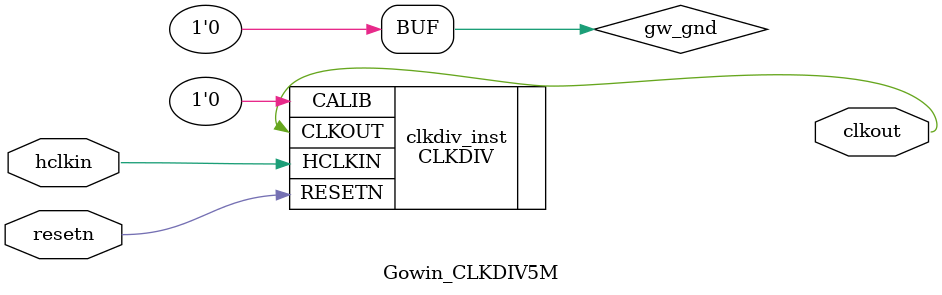
<source format=v>

module Gowin_CLKDIV5M (clkout, hclkin, resetn);

output clkout;
input hclkin;
input resetn;

wire gw_gnd;

assign gw_gnd = 1'b0;

CLKDIV clkdiv_inst (
    .CLKOUT(clkout),
    .HCLKIN(hclkin),
    .RESETN(resetn),
    .CALIB(gw_gnd)
);

defparam clkdiv_inst.DIV_MODE = "2";
defparam clkdiv_inst.GSREN = "false";

endmodule //Gowin_CLKDIV5M

</source>
